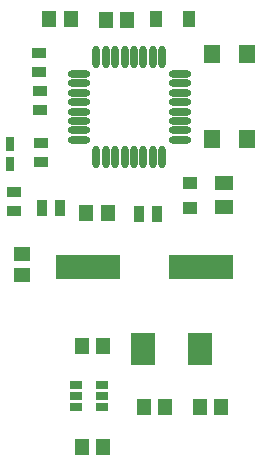
<source format=gbr>
G04*
G04 #@! TF.GenerationSoftware,Altium Limited,Altium Designer,23.3.1 (30)*
G04*
G04 Layer_Color=8421504*
%FSLAX25Y25*%
%MOIN*%
G70*
G04*
G04 #@! TF.SameCoordinates,9E9A1B20-5B00-4279-B210-449FD35A5861*
G04*
G04*
G04 #@! TF.FilePolarity,Positive*
G04*
G01*
G75*
%ADD17R,0.04528X0.05709*%
%ADD18O,0.02362X0.07677*%
%ADD19R,0.04969X0.03367*%
%ADD20O,0.07677X0.02362*%
%ADD21R,0.03740X0.05315*%
%ADD22R,0.05709X0.04528*%
%ADD23R,0.03937X0.02756*%
%ADD24R,0.08465X0.10630*%
%ADD25R,0.21654X0.07874*%
%ADD26R,0.02756X0.04724*%
%ADD27R,0.05512X0.06299*%
%ADD28R,0.03937X0.05512*%
%ADD29R,0.05118X0.04331*%
%ADD30R,0.06102X0.04921*%
D17*
X181106Y147869D02*
D03*
X188192D02*
D03*
X201913Y161290D02*
D03*
X209000D02*
D03*
X182601Y226013D02*
D03*
X189688D02*
D03*
X181125Y181731D02*
D03*
X188212D02*
D03*
X220490Y161319D02*
D03*
X227576D02*
D03*
X189132Y290239D02*
D03*
X196219D02*
D03*
X170341Y290515D02*
D03*
X177428D02*
D03*
D18*
X189073Y278093D02*
D03*
X185923D02*
D03*
X192223D02*
D03*
X195372D02*
D03*
X198522D02*
D03*
X201671D02*
D03*
X204821D02*
D03*
X207971D02*
D03*
Y244629D02*
D03*
X204821D02*
D03*
X201671D02*
D03*
X198522D02*
D03*
X195372D02*
D03*
X192223D02*
D03*
X189073D02*
D03*
X185923D02*
D03*
D19*
X167038Y260163D02*
D03*
X158488Y233082D02*
D03*
Y226582D02*
D03*
X167436Y242959D02*
D03*
Y249458D02*
D03*
X167038Y266663D02*
D03*
X166969Y279319D02*
D03*
Y272819D02*
D03*
D20*
X180215Y272385D02*
D03*
Y250337D02*
D03*
Y253487D02*
D03*
Y256637D02*
D03*
Y259786D02*
D03*
Y262936D02*
D03*
Y266085D02*
D03*
Y269235D02*
D03*
X213679Y272385D02*
D03*
Y269235D02*
D03*
Y266085D02*
D03*
Y262936D02*
D03*
Y259786D02*
D03*
Y256637D02*
D03*
Y253487D02*
D03*
Y250337D02*
D03*
D21*
X206164Y225636D02*
D03*
X200258D02*
D03*
X173915Y227628D02*
D03*
X168009D02*
D03*
D22*
X161034Y205268D02*
D03*
Y212354D02*
D03*
D23*
X179341Y168782D02*
D03*
Y165042D02*
D03*
Y161302D02*
D03*
X187995D02*
D03*
Y165042D02*
D03*
Y168782D02*
D03*
D24*
X220394Y180544D02*
D03*
X201497D02*
D03*
D25*
X220701Y208000D02*
D03*
X183299D02*
D03*
D26*
X157300Y242380D02*
D03*
Y249073D02*
D03*
D27*
X236218Y250740D02*
D03*
Y279086D02*
D03*
X224407Y250740D02*
D03*
Y279086D02*
D03*
D28*
X216823Y290645D02*
D03*
X205799D02*
D03*
D29*
X217230Y227754D02*
D03*
Y236022D02*
D03*
D30*
X228469Y228028D02*
D03*
Y236099D02*
D03*
M02*

</source>
